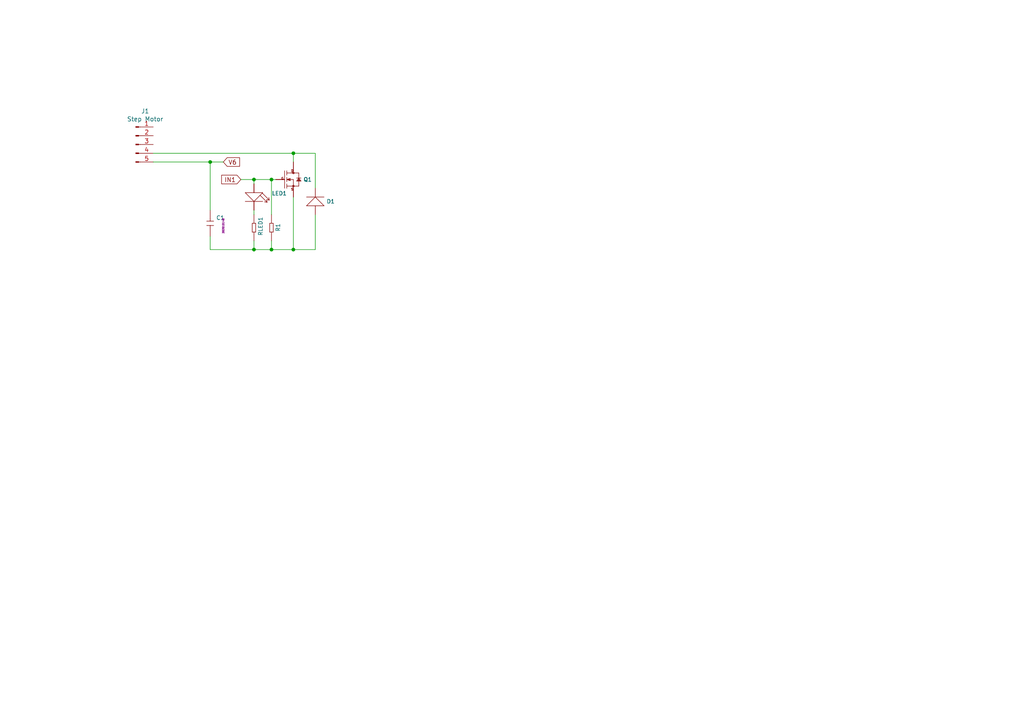
<source format=kicad_sch>
(kicad_sch (version 20231120) (generator "eeschema") (generator_version "8.0")
  (paper "A4")
  (lib_symbols
    (symbol "ULN2803-Mosfet-S2-Mini-rescue:CERAMIC-2.2UF-25V-10%-X7R_0805_-OPL_Capacitor" (pin_numbers hide) (pin_names (offset 1.016) hide)
      (property "Reference" "C" (at -3.81 1.27 0))
      (property "Value" "OPL_Capacitor_CERAMIC-2.2UF-25V-10%-X7R_0805_" (at -3.81 -2.54 0))
      (property "SKU" "302010148" (at 0.762 3.81 0))
      (symbol "CERAMIC-2.2UF-25V-10%-X7R_0805_-OPL_Capacitor_1_0"
        (polyline (pts (xy -1.27 0) (xy -0.635 0)))
        (polyline (pts (xy -0.635 -1.016) (xy -0.635 0)))
        (polyline (pts (xy -0.635 0) (xy -0.635 1.016)))
        (polyline (pts (xy 0.635 0) (xy 0.635 -1.016)))
        (polyline (pts (xy 0.635 0) (xy 1.27 0)))
        (polyline (pts (xy 0.635 1.016) (xy 0.635 0)))
      )
      (symbol "CERAMIC-2.2UF-25V-10%-X7R_0805_-OPL_Capacitor_1_1"
        (pin passive line (at -3.81 0 0) (length 2.54) (name "1") (number "1"))
        (pin passive line (at 3.81 0 180) (length 2.54) (name "2") (number "2"))
      )
    )
    (symbol "ULN2803-Mosfet-S2-Mini-rescue:Conn_01x05_Male-Connector" (pin_names (offset 1.016) hide)
      (property "Reference" "J" (at 0 7.62 0))
      (property "Value" "Connector_Conn_01x05_Male" (at 0 -7.62 0))
      (symbol "Conn_01x05_Male-Connector_1_1"
        (polyline (pts (xy 1.27 -5.08) (xy 0.8636 -5.08)) (stroke (width 0.1524)))
        (polyline (pts (xy 1.27 -2.54) (xy 0.8636 -2.54)) (stroke (width 0.1524)))
        (polyline (pts (xy 1.27 0) (xy 0.8636 0)) (stroke (width 0.1524)))
        (polyline (pts (xy 1.27 2.54) (xy 0.8636 2.54)) (stroke (width 0.1524)))
        (polyline (pts (xy 1.27 5.08) (xy 0.8636 5.08)) (stroke (width 0.1524)))
        (rectangle (start 0.8636 -4.953) (end 0 -5.207) (stroke (width 0.1524)) (fill (type outline)))
        (rectangle (start 0.8636 -2.413) (end 0 -2.667) (stroke (width 0.1524)) (fill (type outline)))
        (rectangle (start 0.8636 0.127) (end 0 -0.127) (stroke (width 0.1524)) (fill (type outline)))
        (rectangle (start 0.8636 2.667) (end 0 2.413) (stroke (width 0.1524)) (fill (type outline)))
        (rectangle (start 0.8636 5.207) (end 0 4.953) (stroke (width 0.1524)) (fill (type outline)))
        (pin passive line (at 5.08 5.08 180) (length 3.81) (name "Pin_1") (number "1"))
        (pin passive line (at 5.08 2.54 180) (length 3.81) (name "Pin_2") (number "2"))
        (pin passive line (at 5.08 0 180) (length 3.81) (name "Pin_3") (number "3"))
        (pin passive line (at 5.08 -2.54 180) (length 3.81) (name "Pin_4") (number "4"))
        (pin passive line (at 5.08 -5.08 180) (length 3.81) (name "Pin_5") (number "5"))
      )
    )
    (symbol "ULN2803-Mosfet-S2-Mini-rescue:SMD-DIODE-SCHOTTKY-20V-1A_SOD-123_-OPL_Discrete" (pin_numbers hide) (pin_names (offset 1.016) hide)
      (property "Reference" "D" (at -3.81 2.54 0))
      (property "Value" "OPL_Discrete_SMD-DIODE-SCHOTTKY-20V-1A_SOD-123_" (at -3.81 -3.81 0))
      (symbol "SMD-DIODE-SCHOTTKY-20V-1A_SOD-123_-OPL_Discrete_1_0"
        (polyline (pts (xy -1.27 -2.54) (xy -1.27 2.54)))
        (polyline (pts (xy -1.27 -2.54) (xy 1.27 0)))
        (polyline (pts (xy -1.27 2.54) (xy 1.27 0)))
        (polyline (pts (xy 1.27 2.54) (xy 1.27 -2.54)))
      )
      (symbol "SMD-DIODE-SCHOTTKY-20V-1A_SOD-123_-OPL_Discrete_1_1"
        (pin passive line (at -3.81 0 0) (length 2.54) (name "+") (number "1"))
        (pin passive line (at 3.81 0 180) (length 2.54) (name "-") (number "2"))
      )
    )
    (symbol "ULN2803-Mosfet-S2-Mini-rescue:SMD-LED-CLEAR-RED_0805_-OPL_Opto" (pin_numbers hide) (pin_names (offset 1.016) hide)
      (property "Reference" "D" (at -7.62 1.27 0))
      (property "Value" "OPL_Opto_SMD-LED-CLEAR-RED_0805_" (at -5.08 -5.08 0))
      (symbol "SMD-LED-CLEAR-RED_0805_-OPL_Opto_1_0"
        (polyline (pts (xy -1.27 -2.54) (xy -1.27 2.54)))
        (polyline (pts (xy -1.27 2.54) (xy -1.143 2.413)))
        (polyline (pts (xy -1.143 2.413) (xy -0.508 1.778)))
        (polyline (pts (xy -1.143 2.413) (xy 0.889 4.445)))
        (polyline (pts (xy -0.508 1.778) (xy 1.27 0)))
        (polyline (pts (xy -0.508 1.778) (xy 1.524 3.81)))
        (polyline (pts (xy 0.889 4.445) (xy 0.127 4.318)))
        (polyline (pts (xy 0.889 4.445) (xy 0.762 3.683)))
        (polyline (pts (xy 1.27 0) (xy -1.27 -2.54)))
        (polyline (pts (xy 1.27 2.54) (xy 1.27 -2.54)))
        (polyline (pts (xy 1.524 3.81) (xy 0.762 3.683)))
        (polyline (pts (xy 1.524 3.81) (xy 1.397 3.048)))
      )
      (symbol "SMD-LED-CLEAR-RED_0805_-OPL_Opto_1_1"
        (pin passive line (at -3.81 0 0) (length 2.54) (name "+") (number "1"))
        (pin passive line (at 3.81 0 180) (length 2.54) (name "-") (number "2"))
      )
    )
    (symbol "ULN2803-Mosfet-S2-Mini-rescue:SMD-MOSFET-N-CH-20V-2.1A-CJ2302_SOT-23_-OPL_Discrete" (pin_numbers hide) (pin_names (offset 1.016) hide)
      (property "Reference" "Q" (at -3.81 2.54 0))
      (property "Value" "OPL_Discrete_SMD-MOSFET-N-CH-20V-2.1A-CJ2302_SOT-23_" (at 0 2.54 0))
      (symbol "SMD-MOSFET-N-CH-20V-2.1A-CJ2302_SOT-23_-OPL_Discrete_1_0"
        (polyline (pts (xy -2.54 2.54) (xy -2.54 -2.54)))
        (polyline (pts (xy -1.905 -2.54) (xy -1.905 -1.905)))
        (polyline (pts (xy -1.905 -1.905) (xy -1.905 -1.27)))
        (polyline (pts (xy -1.905 -1.905) (xy 0 -1.905)))
        (polyline (pts (xy -1.905 0) (xy -1.905 -0.635)))
        (polyline (pts (xy -1.905 0) (xy -0.9398 -0.3048)))
        (polyline (pts (xy -1.905 0) (xy -0.9398 0.3048)))
        (polyline (pts (xy -1.905 0.635) (xy -1.905 0)))
        (polyline (pts (xy -1.905 1.905) (xy -1.905 1.27)))
        (polyline (pts (xy -1.905 1.905) (xy 0 1.905)))
        (polyline (pts (xy -1.905 2.54) (xy -1.905 1.905)))
        (polyline (pts (xy -1.5748 0) (xy -0.9398 -0.3048)))
        (polyline (pts (xy -0.9398 -0.3048) (xy -1.397 0.127)))
        (polyline (pts (xy -0.9398 -0.3048) (xy -0.9398 0.3048)))
        (polyline (pts (xy -0.9398 0.3048) (xy -1.5748 0)))
        (polyline (pts (xy 0 -1.905) (xy 0 -2.54)))
        (polyline (pts (xy 0 0) (xy -1.5748 0)))
        (polyline (pts (xy 0 0) (xy 0 -1.905)))
        (polyline (pts (xy 0 1.905) (xy 1.5748 1.905)))
        (polyline (pts (xy 0 2.54) (xy 0 1.905)))
        (polyline (pts (xy 0.9398 -0.4318) (xy 1.5748 0.4318)))
        (polyline (pts (xy 1.27 -0.4318) (xy 0.9398 -0.4318)))
        (polyline (pts (xy 1.5748 -1.905) (xy 0 -1.905)))
        (polyline (pts (xy 1.5748 -1.905) (xy 1.5748 0)))
        (polyline (pts (xy 1.5748 0) (xy 1.27 -0.4318)))
        (polyline (pts (xy 1.5748 0) (xy 1.27 -0.3048)))
        (polyline (pts (xy 1.5748 0) (xy 1.5748 0.4318)))
        (polyline (pts (xy 1.5748 0.4318) (xy 0.9398 0.4318)))
        (polyline (pts (xy 1.5748 0.4318) (xy 1.5748 1.905)))
        (polyline (pts (xy 1.5748 0.4318) (xy 2.2098 -0.4318)))
        (polyline (pts (xy 1.905 -0.4318) (xy 1.27 -0.4318)))
        (polyline (pts (xy 1.905 -0.4318) (xy 1.5748 0)))
        (polyline (pts (xy 1.905 -0.3048) (xy 1.5748 0)))
        (polyline (pts (xy 2.2098 -0.4318) (xy 1.905 -0.4318)))
        (polyline (pts (xy 2.2098 0.4318) (xy 1.5748 0.4318)))
        (text "D" (at -0.3302 2.5146 0) (effects (font (size 0.6604 0.6604))))
        (text "G" (at -3.175 0.3048 0) (effects (font (size 0.6604 0.6604))))
        (text "S" (at -0.3302 -2.8448 0) (effects (font (size 0.6604 0.6604))))
      )
      (symbol "SMD-MOSFET-N-CH-20V-2.1A-CJ2302_SOT-23_-OPL_Discrete_1_1"
        (circle (center 0 -1.905) (radius 0.254))
        (circle (center 0 1.905) (radius 0.254))
        (pin passive line (at -5.08 0 0) (length 2.54) (name "G") (number "1"))
        (pin passive line (at 0 -5.08 90) (length 2.54) (name "S") (number "2"))
        (pin passive line (at 0 5.08 270) (length 2.54) (name "D") (number "3"))
      )
    )
    (symbol "ULN2803-Mosfet-S2-Mini-rescue:SMD-RES-220R-5%-1_8W_0805_-OPL_Resistor" (pin_numbers hide) (pin_names (offset 1.016) hide)
      (property "Reference" "R" (at -3.81 1.27 0))
      (property "Value" "OPL_Resistor_SMD-RES-220R-5%-1_8W_0805_" (at -3.81 -2.54 0))
      (symbol "SMD-RES-220R-5%-1_8W_0805_-OPL_Resistor_1_0"
        (polyline (pts (xy -1.27 -0.508) (xy -1.27 0.508)))
        (polyline (pts (xy -1.27 0.508) (xy 1.27 0.508)))
        (polyline (pts (xy 1.27 -0.508) (xy -1.27 -0.508)))
        (polyline (pts (xy 1.27 0.508) (xy 1.27 -0.508)))
      )
      (symbol "SMD-RES-220R-5%-1_8W_0805_-OPL_Resistor_1_1"
        (pin passive line (at -3.81 0 0) (length 2.54) (name "1") (number "1"))
        (pin passive line (at 3.81 0 180) (length 2.54) (name "2") (number "2"))
      )
    )
    (symbol "ULN2803-Mosfet-S2-Mini-rescue:SMD-RES-4.7K-5%-1_8W_0805_-OPL_Resistor" (pin_numbers hide) (pin_names (offset 1.016) hide)
      (property "Reference" "R" (at -3.81 1.27 0))
      (property "Value" "OPL_Resistor_SMD-RES-4.7K-5%-1_8W_0805_" (at -3.81 -2.54 0))
      (symbol "SMD-RES-4.7K-5%-1_8W_0805_-OPL_Resistor_1_0"
        (polyline (pts (xy -1.27 -0.508) (xy -1.27 0.508)))
        (polyline (pts (xy -1.27 0.508) (xy 1.27 0.508)))
        (polyline (pts (xy 1.27 -0.508) (xy -1.27 -0.508)))
        (polyline (pts (xy 1.27 0.508) (xy 1.27 -0.508)))
      )
      (symbol "SMD-RES-4.7K-5%-1_8W_0805_-OPL_Resistor_1_1"
        (pin passive line (at -3.81 0 0) (length 2.54) (name "1") (number "1"))
        (pin passive line (at 3.81 0 180) (length 2.54) (name "2") (number "2"))
      )
    )
  )
  (junction (at 73.66 72.39))
  (junction (at 60.96 46.99))
  (junction (at 78.74 52.07))
  (junction (at 78.74 72.39))
  (junction (at 85.09 44.45))
  (junction (at 73.66 52.07))
  (junction (at 85.09 72.39))
  (wire (pts (xy 60.96 46.99) (xy 60.96 60.96)))
  (wire (pts (xy 78.74 62.23) (xy 78.74 52.07)))
  (wire (pts (xy 91.44 54.61) (xy 91.44 44.45)))
  (wire (pts (xy 73.66 62.23) (xy 73.66 60.96)))
  (wire (pts (xy 73.66 69.85) (xy 73.66 72.39)))
  (wire (pts (xy 44.45 46.99) (xy 60.96 46.99)))
  (wire (pts (xy 64.77 46.99) (xy 60.96 46.99)))
  (wire (pts (xy 60.96 68.58) (xy 60.96 72.39)))
  (wire (pts (xy 91.44 44.45) (xy 85.09 44.45)))
  (wire (pts (xy 85.09 44.45) (xy 85.09 46.99)))
  (wire (pts (xy 91.44 62.23) (xy 91.44 72.39)))
  (wire (pts (xy 73.66 72.39) (xy 78.74 72.39)))
  (wire (pts (xy 85.09 44.45) (xy 44.45 44.45)))
  (wire (pts (xy 78.74 69.85) (xy 78.74 72.39)))
  (wire (pts (xy 60.96 72.39) (xy 73.66 72.39)))
  (wire (pts (xy 69.85 52.07) (xy 73.66 52.07)))
  (wire (pts (xy 85.09 57.15) (xy 85.09 72.39)))
  (wire (pts (xy 73.66 52.07) (xy 78.74 52.07)))
  (wire (pts (xy 78.74 52.07) (xy 80.01 52.07)))
  (wire (pts (xy 73.66 53.34) (xy 73.66 52.07)))
  (wire (pts (xy 91.44 72.39) (xy 85.09 72.39)))
  (wire (pts (xy 78.74 72.39) (xy 85.09 72.39)))
  (global_label "V6" (shape input) (at 64.77 46.99 0) (property "Intersheetrefs" "${INTERSHEET_REFS}" (effects (hide yes))))
  (global_label "IN1" (shape input) (at 69.85 52.07 180) (property "Intersheetrefs" "${INTERSHEET_REFS}" (effects (hide yes))))
  (symbol (lib_id "ULN2803-Mosfet-S2-Mini-rescue:SMD-LED-CLEAR-RED_0805_-OPL_Opto") (at 73.66 57.15 270) (unit 1)
    (property "Reference" "LED1" (at 78.8162 56.0832 90) (effects (font (size 1.143 1.143)) (justify left)))
    (property "Value" "SMD-LED-CLEAR-RED_0805_" (effects (hide yes)))
    (property "Footprint" "Library:LED-0805" (effects (hide yes)))
    (property "MPN" "17-215SURC_S530-A2_TR8" (effects (hide yes)))
    (property "SKU" "304090046" (effects (hide yes)))
    (property "LCSC" "C2764885" (effects (hide yes)))
  )
  (symbol (lib_id "ULN2803-Mosfet-S2-Mini-rescue:Conn_01x05_Male-Connector") (at 39.37 41.91 0) (unit 1)
    (property "Reference" "J1" (at 42.1132 32.2326 0))
    (property "Value" "Step Motor" (at 42.1132 34.544 0))
    (property "Footprint" "Connector_JST:JST_EH_B5B-EH-A_1x05_P2.50mm_Vertical" (effects (hide yes)))
  )
  (symbol (lib_id "ULN2803-Mosfet-S2-Mini-rescue:SMD-DIODE-SCHOTTKY-20V-1A_SOD-123_-OPL_Discrete") (at 91.44 58.42 90) (unit 1)
    (property "Reference" "D1" (at 94.6912 58.42 90) (effects (font (size 1.143 1.143)) (justify right)))
    (property "Value" "SMD-DIODE-SCHOTTKY-20V-1A_SOD-123_" (effects (hide yes)))
    (property "Footprint" "Diode_SMD:D_0805_2012Metric" (effects (hide yes)))
    (property "MPN" "B5819W" (effects (hide yes)))
    (property "SKU" "304020034" (effects (hide yes)))
    (property "LCSC" "C84354" (effects (hide yes)))
  )
  (symbol (lib_id "ULN2803-Mosfet-S2-Mini-rescue:SMD-RES-220R-5%-1_8W_0805_-OPL_Resistor") (at 73.66 66.04 270) (unit 1)
    (property "Reference" "RLED1" (at 75.565 62.865 0) (effects (font (size 1.143 1.143)) (justify left)))
    (property "Value" "SMD-RES-220R-5%-1_8W_0805_" (effects (hide yes)))
    (property "Footprint" "Resistor_SMD:R_0805_2012Metric" (effects (hide yes)))
    (property "MPN" "RC0805JR-07220RL" (effects (hide yes)))
    (property "SKU" "301010315" (effects (hide yes)))
    (property "LCSC" "C365277" (effects (hide yes)))
  )
  (symbol (lib_id "ULN2803-Mosfet-S2-Mini-rescue:SMD-MOSFET-N-CH-20V-2.1A-CJ2302_SOT-23_-OPL_Discrete") (at 85.09 52.07 0) (unit 1)
    (property "Reference" "Q1" (at 87.9856 52.07 0) (effects (font (size 1.143 1.143)) (justify left)))
    (property "Value" "SMD-MOSFET-N-CH-20V-2.1A-CJ2302_SOT-23_" (effects (hide yes)))
    (property "Footprint" "Library:SOT95P240X115-3N" (effects (hide yes)))
    (property "MPN" "CJ2302" (effects (hide yes)))
    (property "SKU" "305030015" (effects (hide yes)))
    (property "LCSC" "C91104" (effects (hide yes)))
  )
  (symbol (lib_id "ULN2803-Mosfet-S2-Mini-rescue:SMD-RES-4.7K-5%-1_8W_0805_-OPL_Resistor") (at 78.74 66.04 270) (unit 1)
    (property "Reference" "R1" (at 80.645 64.77 0) (effects (font (size 1.143 1.143)) (justify left)))
    (property "Value" "SMD-RES-4.7K-5%-1_8W_0805_" (effects (hide yes)))
    (property "Footprint" "Resistor_SMD:R_0815_2038Metric" (effects (hide yes)))
    (property "MPN" "RC0805JR-074K7L" (effects (hide yes)))
    (property "SKU" "301010306" (effects (hide yes)))
    (property "LCSC" "C473295" (effects (hide yes)))
  )
  (symbol (lib_id "ULN2803-Mosfet-S2-Mini-rescue:CERAMIC-2.2UF-25V-10%-X7R_0805_-OPL_Capacitor") (at 60.96 64.77 270) (unit 1)
    (property "Reference" "C1" (at 62.6872 63.1698 90) (effects (font (size 1.143 1.143)) (justify left)))
    (property "Value" "CERAMIC-10UF-10V-10%-X7R_0805_" (effects (hide yes)))
    (property "Footprint" "Capacitor_SMD:C_0805_2012Metric" (effects (hide yes)))
    (property "MPN" "CC0805KKX7R8BB225" (effects (hide yes)))
    (property "SKU" "302010148" (at 64.77 65.532 0) (effects (font (size 0.508 0.508))))
    (property "LCSC" "C126586" (effects (hide yes)))
  )
)
</source>
